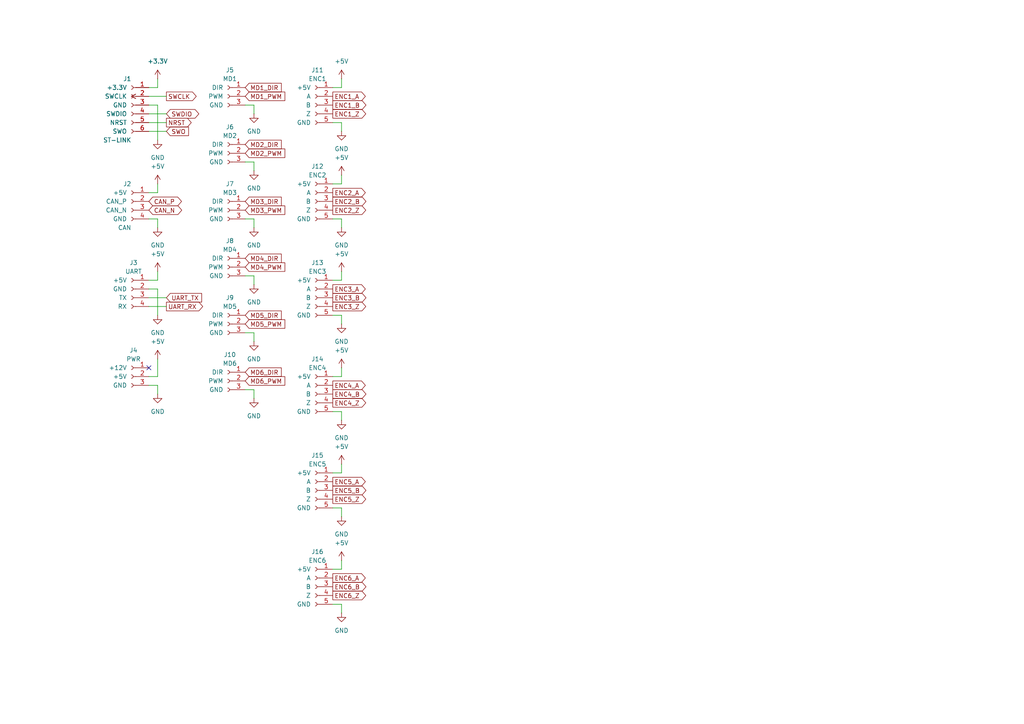
<source format=kicad_sch>
(kicad_sch (version 20250114) (generator "eeschema") (generator_version "9.0")
  (paper "A4")
  (lib_symbols
    (symbol "circuit-mecha-donald:CAN" (pin_names (offset 2.54))
      (property "Reference" "J" (at 0 5.08 0))
      (property "Value" "CAN" (at 0 -7.62 0))
      (symbol "CAN_1_1"
        (polyline (pts (xy -1.27 2.54) (xy -0.508 2.54)) (stroke (width 0.1524)))
        (polyline (pts (xy -1.27 0) (xy -0.508 0)) (stroke (width 0.1524)))
        (polyline (pts (xy -1.27 -2.54) (xy -0.508 -2.54)) (stroke (width 0.1524)))
        (polyline (pts (xy -1.27 -5.08) (xy -0.508 -5.08)) (stroke (width 0.1524)))
        (arc (start 0 2.032) (mid -0.5058 2.54) (end 0 3.048) (stroke (width 0.1524)))
        (arc (start 0 -0.508) (mid -0.5058 0) (end 0 0.508) (stroke (width 0.1524)))
        (arc (start 0 -3.048) (mid -0.5058 -2.54) (end 0 -2.032) (stroke (width 0.1524)))
        (arc (start 0 -5.588) (mid -0.5058 -5.08) (end 0 -4.572) (stroke (width 0.1524)))
        (pin power_in line (at -5.08 2.54 0) (length 3.81) (name "+5V") (number "1"))
        (pin bidirectional line (at -5.08 0 0) (length 3.81) (name "CAN_P") (number "2"))
        (pin bidirectional line (at -5.08 -2.54 0) (length 3.81) (name "CAN_N") (number "3"))
        (pin power_in line (at -5.08 -5.08 0) (length 3.81) (name "GND") (number "4"))
      )
    )
    (symbol "circuit-mecha-donald:ENC" (pin_names (offset 2.54))
      (property "Reference" "J" (at 0 7.62 0))
      (property "Value" "ENC" (at 0 -7.62 0))
      (symbol "ENC_1_1"
        (polyline (pts (xy -1.27 5.08) (xy -0.508 5.08)) (stroke (width 0.1524)))
        (polyline (pts (xy -1.27 2.54) (xy -0.508 2.54)) (stroke (width 0.1524)))
        (polyline (pts (xy -1.27 0) (xy -0.508 0)) (stroke (width 0.1524)))
        (polyline (pts (xy -1.27 -2.54) (xy -0.508 -2.54)) (stroke (width 0.1524)))
        (polyline (pts (xy -1.27 -5.08) (xy -0.508 -5.08)) (stroke (width 0.1524)))
        (arc (start 0 4.572) (mid -0.5058 5.08) (end 0 5.588) (stroke (width 0.1524)))
        (arc (start 0 2.032) (mid -0.5058 2.54) (end 0 3.048) (stroke (width 0.1524)))
        (arc (start 0 -0.508) (mid -0.5058 0) (end 0 0.508) (stroke (width 0.1524)))
        (arc (start 0 -3.048) (mid -0.5058 -2.54) (end 0 -2.032) (stroke (width 0.1524)))
        (arc (start 0 -5.588) (mid -0.5058 -5.08) (end 0 -4.572) (stroke (width 0.1524)))
        (pin power_in line (at -5.08 5.08 0) (length 3.81) (name "+5V") (number "1"))
        (pin output line (at -5.08 2.54 0) (length 3.81) (name "A") (number "2"))
        (pin output line (at -5.08 0 0) (length 3.81) (name "B") (number "3"))
        (pin output line (at -5.08 -2.54 0) (length 3.81) (name "Z") (number "4"))
        (pin power_in line (at -5.08 -5.08 0) (length 3.81) (name "GND") (number "5"))
      )
    )
    (symbol "circuit-mecha-donald:PWM_MD" (pin_names (offset 2.54))
      (property "Reference" "J" (at 0 5.08 0))
      (property "Value" "PWM_MD" (at 0 -5.08 0))
      (symbol "PWM_MD_1_1"
        (polyline (pts (xy -1.27 2.54) (xy -0.508 2.54)) (stroke (width 0.1524)))
        (polyline (pts (xy -1.27 0) (xy -0.508 0)) (stroke (width 0.1524)))
        (polyline (pts (xy -1.27 -2.54) (xy -0.508 -2.54)) (stroke (width 0.1524)))
        (arc (start 0 2.032) (mid -0.5058 2.54) (end 0 3.048) (stroke (width 0.1524)))
        (arc (start 0 -0.508) (mid -0.5058 0) (end 0 0.508) (stroke (width 0.1524)))
        (arc (start 0 -3.048) (mid -0.5058 -2.54) (end 0 -2.032) (stroke (width 0.1524)))
        (pin input line (at -5.08 2.54 0) (length 3.81) (name "DIR") (number "1"))
        (pin input line (at -5.08 0 0) (length 3.81) (name "PWM") (number "2"))
        (pin power_in line (at -5.08 -2.54 0) (length 3.81) (name "GND") (number "3"))
      )
    )
    (symbol "circuit-mecha-donald:PWR" (pin_names (offset 2.54))
      (property "Reference" "J" (at 0 5.08 0))
      (property "Value" "PWR" (at 0 -5.08 0))
      (symbol "PWR_1_1"
        (polyline (pts (xy -1.27 2.54) (xy -0.508 2.54)) (stroke (width 0.1524)))
        (polyline (pts (xy -1.27 0) (xy -0.508 0)) (stroke (width 0.1524)))
        (polyline (pts (xy -1.27 -2.54) (xy -0.508 -2.54)) (stroke (width 0.1524)))
        (arc (start 0 2.032) (mid -0.5058 2.54) (end 0 3.048) (stroke (width 0.1524)))
        (arc (start 0 -0.508) (mid -0.5058 0) (end 0 0.508) (stroke (width 0.1524)))
        (arc (start 0 -3.048) (mid -0.5058 -2.54) (end 0 -2.032) (stroke (width 0.1524)))
        (pin power_out line (at -5.08 2.54 0) (length 3.81) (name "+12V") (number "1"))
        (pin power_out line (at -5.08 0 0) (length 3.81) (name "+5V") (number "2"))
        (pin power_out line (at -5.08 -2.54 0) (length 3.81) (name "GND") (number "3"))
      )
    )
    (symbol "circuit-mecha-donald:ST-LINK" (pin_names (offset 2.54))
      (property "Reference" "J" (at 0 7.62 0))
      (property "Value" "ST-LINK" (at 0 -10.16 0))
      (symbol "ST-LINK_1_1"
        (polyline (pts (xy -1.27 5.08) (xy -0.508 5.08)) (stroke (width 0.1524)))
        (polyline (pts (xy -1.27 2.54) (xy -0.508 2.54)) (stroke (width 0.1524)))
        (polyline (pts (xy -1.27 0) (xy -0.508 0)) (stroke (width 0.1524)))
        (polyline (pts (xy -1.27 -2.54) (xy -0.508 -2.54)) (stroke (width 0.1524)))
        (polyline (pts (xy -1.27 -5.08) (xy -0.508 -5.08)) (stroke (width 0.1524)))
        (polyline (pts (xy -1.27 -7.62) (xy -0.508 -7.62)) (stroke (width 0.1524)))
        (arc (start 0 4.572) (mid -0.5058 5.08) (end 0 5.588) (stroke (width 0.1524)))
        (arc (start 0 2.032) (mid -0.5058 2.54) (end 0 3.048) (stroke (width 0.1524)))
        (arc (start 0 -0.508) (mid -0.5058 0) (end 0 0.508) (stroke (width 0.1524)))
        (arc (start 0 -3.048) (mid -0.5058 -2.54) (end 0 -2.032) (stroke (width 0.1524)))
        (arc (start 0 -5.588) (mid -0.5058 -5.08) (end 0 -4.572) (stroke (width 0.1524)))
        (arc (start 0 -8.128) (mid -0.5058 -7.62) (end 0 -7.112) (stroke (width 0.1524)))
        (pin power_out line (at -5.08 5.08 0) (length 3.81) (name "+3.3V") (number "1"))
        (pin output clock (at -5.08 2.54 0) (length 3.81) (name "SWCLK") (number "2"))
        (pin power_out line (at -5.08 0 0) (length 3.81) (name "GND") (number "3"))
        (pin bidirectional line (at -5.08 -2.54 0) (length 3.81) (name "SWDIO") (number "4"))
        (pin output line (at -5.08 -5.08 0) (length 3.81) (name "NRST") (number "5"))
        (pin input line (at -5.08 -7.62 0) (length 3.81) (name "SWO") (number "6"))
      )
    )
    (symbol "circuit-mecha-donald:UART" (pin_names (offset 2.54))
      (property "Reference" "J" (at 0 5.08 0))
      (property "Value" "UART" (at 0 -7.62 0))
      (symbol "UART_1_1"
        (polyline (pts (xy -1.27 2.54) (xy -0.508 2.54)) (stroke (width 0.1524)))
        (polyline (pts (xy -1.27 0) (xy -0.508 0)) (stroke (width 0.1524)))
        (polyline (pts (xy -1.27 -2.54) (xy -0.508 -2.54)) (stroke (width 0.1524)))
        (polyline (pts (xy -1.27 -5.08) (xy -0.508 -5.08)) (stroke (width 0.1524)))
        (arc (start 0 2.032) (mid -0.5058 2.54) (end 0 3.048) (stroke (width 0.1524)))
        (arc (start 0 -0.508) (mid -0.5058 0) (end 0 0.508) (stroke (width 0.1524)))
        (arc (start 0 -3.048) (mid -0.5058 -2.54) (end 0 -2.032) (stroke (width 0.1524)))
        (arc (start 0 -5.588) (mid -0.5058 -5.08) (end 0 -4.572) (stroke (width 0.1524)))
        (pin power_in line (at -5.08 2.54 0) (length 3.81) (name "+5V") (number "1"))
        (pin power_in line (at -5.08 0 0) (length 3.81) (name "GND") (number "2"))
        (pin input line (at -5.08 -2.54 0) (length 3.81) (name "TX") (number "3"))
        (pin output line (at -5.08 -5.08 0) (length 3.81) (name "RX") (number "4"))
      )
    )
    (symbol "power:+3.3V" (power) (pin_numbers (hide yes)) (pin_names (offset 0) (hide yes))
      (property "Value" "+3.3V" (at 0 3.556 0))
      (symbol "+3.3V_0_1"
        (polyline (pts (xy -0.762 1.27) (xy 0 2.54)))
        (polyline (pts (xy 0 2.54) (xy 0.762 1.27)))
        (polyline (pts (xy 0 0) (xy 0 2.54)))
      )
      (symbol "+3.3V_1_1"
        (pin power_in line (at 0 0 90) (length 0) (name "~") (number "1"))
      )
    )
    (symbol "power:+5V" (power) (pin_numbers (hide yes)) (pin_names (offset 0) (hide yes))
      (property "Value" "+5V" (at 0 3.556 0))
      (symbol "+5V_0_1"
        (polyline (pts (xy -0.762 1.27) (xy 0 2.54)))
        (polyline (pts (xy 0 2.54) (xy 0.762 1.27)))
        (polyline (pts (xy 0 0) (xy 0 2.54)))
      )
      (symbol "+5V_1_1"
        (pin power_in line (at 0 0 90) (length 0) (name "~") (number "1"))
      )
    )
    (symbol "power:GND" (power) (pin_numbers (hide yes)) (pin_names (offset 0) (hide yes))
      (property "Value" "GND" (at 0 -3.81 0))
      (symbol "GND_0_1"
        (polyline (pts (xy 0 0) (xy 0 -1.27) (xy 1.27 -1.27) (xy 0 -2.54) (xy -1.27 -1.27) (xy 0 -1.27)))
      )
      (symbol "GND_1_1"
        (pin power_in line (at 0 0 270) (length 0) (name "~") (number "1"))
      )
    )
  )
  (no_connect (at 43.18 106.68))
  (wire (pts (xy 73.66 96.52) (xy 73.66 99.06)))
  (wire (pts (xy 48.26 35.56) (xy 43.18 35.56)))
  (wire (pts (xy 73.66 113.03) (xy 73.66 115.57)))
  (wire (pts (xy 71.12 80.01) (xy 73.66 80.01)))
  (wire (pts (xy 73.66 80.01) (xy 73.66 82.55)))
  (wire (pts (xy 99.06 162.56) (xy 99.06 165.1)))
  (wire (pts (xy 99.06 119.38) (xy 99.06 121.92)))
  (wire (pts (xy 99.06 63.5) (xy 99.06 66.04)))
  (wire (pts (xy 71.12 113.03) (xy 73.66 113.03)))
  (wire (pts (xy 99.06 106.68) (xy 99.06 109.22)))
  (wire (pts (xy 43.18 55.88) (xy 45.72 55.88)))
  (wire (pts (xy 45.72 78.74) (xy 45.72 81.28)))
  (wire (pts (xy 71.12 30.48) (xy 73.66 30.48)))
  (wire (pts (xy 45.72 53.34) (xy 45.72 55.88)))
  (wire (pts (xy 45.72 22.86) (xy 45.72 25.4)))
  (wire (pts (xy 45.72 91.44) (xy 45.72 83.82)))
  (wire (pts (xy 99.06 22.86) (xy 99.06 25.4)))
  (wire (pts (xy 71.12 96.52) (xy 73.66 96.52)))
  (wire (pts (xy 73.66 46.99) (xy 73.66 49.53)))
  (wire (pts (xy 96.52 53.34) (xy 99.06 53.34)))
  (wire (pts (xy 71.12 63.5) (xy 73.66 63.5)))
  (wire (pts (xy 99.06 50.8) (xy 99.06 53.34)))
  (wire (pts (xy 45.72 83.82) (xy 43.18 83.82)))
  (wire (pts (xy 43.18 63.5) (xy 45.72 63.5)))
  (wire (pts (xy 99.06 134.62) (xy 99.06 137.16)))
  (wire (pts (xy 96.52 35.56) (xy 99.06 35.56)))
  (wire (pts (xy 96.52 25.4) (xy 99.06 25.4)))
  (wire (pts (xy 96.52 81.28) (xy 99.06 81.28)))
  (wire (pts (xy 99.06 147.32) (xy 99.06 149.86)))
  (wire (pts (xy 96.52 175.26) (xy 99.06 175.26)))
  (wire (pts (xy 45.72 30.48) (xy 45.72 40.64)))
  (wire (pts (xy 96.52 109.22) (xy 99.06 109.22)))
  (wire (pts (xy 45.72 63.5) (xy 45.72 66.04)))
  (wire (pts (xy 73.66 30.48) (xy 73.66 33.02)))
  (wire (pts (xy 48.26 27.94) (xy 43.18 27.94)))
  (wire (pts (xy 43.18 30.48) (xy 45.72 30.48)))
  (wire (pts (xy 43.18 25.4) (xy 45.72 25.4)))
  (wire (pts (xy 73.66 63.5) (xy 73.66 66.04)))
  (wire (pts (xy 45.72 109.22) (xy 45.72 104.14)))
  (wire (pts (xy 45.72 81.28) (xy 43.18 81.28)))
  (wire (pts (xy 48.26 33.02) (xy 43.18 33.02)))
  (wire (pts (xy 99.06 91.44) (xy 99.06 93.98)))
  (wire (pts (xy 96.52 91.44) (xy 99.06 91.44)))
  (wire (pts (xy 96.52 165.1) (xy 99.06 165.1)))
  (wire (pts (xy 71.12 46.99) (xy 73.66 46.99)))
  (wire (pts (xy 48.26 38.1) (xy 43.18 38.1)))
  (wire (pts (xy 96.52 63.5) (xy 99.06 63.5)))
  (wire (pts (xy 43.18 88.9) (xy 48.26 88.9)))
  (wire (pts (xy 99.06 78.74) (xy 99.06 81.28)))
  (wire (pts (xy 43.18 86.36) (xy 48.26 86.36)))
  (wire (pts (xy 43.18 111.76) (xy 45.72 111.76)))
  (wire (pts (xy 45.72 111.76) (xy 45.72 114.3)))
  (wire (pts (xy 99.06 175.26) (xy 99.06 177.8)))
  (wire (pts (xy 96.52 147.32) (xy 99.06 147.32)))
  (wire (pts (xy 99.06 35.56) (xy 99.06 38.1)))
  (wire (pts (xy 96.52 137.16) (xy 99.06 137.16)))
  (wire (pts (xy 96.52 119.38) (xy 99.06 119.38)))
  (wire (pts (xy 43.18 109.22) (xy 45.72 109.22)))
  (global_label "ENC4_B" (shape output) (at 96.52 114.3 0) (property "Intersheetrefs" "${INTERSHEET_REFS}" (effects (hide yes))))
  (global_label "ENC1_Z" (shape output) (at 96.52 33.02 0) (property "Intersheetrefs" "${INTERSHEET_REFS}" (effects (hide yes))))
  (global_label "MD3_DIR" (shape input) (at 71.12 58.42 0) (property "Intersheetrefs" "${INTERSHEET_REFS}" (effects (hide yes))))
  (global_label "MD3_PWM" (shape input) (at 71.12 60.96 0) (property "Intersheetrefs" "${INTERSHEET_REFS}" (effects (hide yes))))
  (global_label "ENC5_B" (shape output) (at 96.52 142.24 0) (property "Intersheetrefs" "${INTERSHEET_REFS}" (effects (hide yes))))
  (global_label "ENC2_B" (shape output) (at 96.52 58.42 0) (property "Intersheetrefs" "${INTERSHEET_REFS}" (effects (hide yes))))
  (global_label "MD6_DIR" (shape input) (at 71.12 107.95 0) (property "Intersheetrefs" "${INTERSHEET_REFS}" (effects (hide yes))))
  (global_label "MD4_DIR" (shape input) (at 71.12 74.93 0) (property "Intersheetrefs" "${INTERSHEET_REFS}" (effects (hide yes))))
  (global_label "ENC2_A" (shape output) (at 96.52 55.88 0) (property "Intersheetrefs" "${INTERSHEET_REFS}" (effects (hide yes))))
  (global_label "UART_RX" (shape output) (at 48.26 88.9 0) (property "Intersheetrefs" "${INTERSHEET_REFS}" (effects (hide yes))))
  (global_label "MD1_PWM" (shape input) (at 71.12 27.94 0) (property "Intersheetrefs" "${INTERSHEET_REFS}" (effects (hide yes))))
  (global_label "ENC1_B" (shape output) (at 96.52 30.48 0) (property "Intersheetrefs" "${INTERSHEET_REFS}" (effects (hide yes))))
  (global_label "CAN_P" (shape bidirectional) (at 43.18 58.42 0) (property "Intersheetrefs" "${INTERSHEET_REFS}" (effects (hide yes))))
  (global_label "ENC4_Z" (shape output) (at 96.52 116.84 0) (property "Intersheetrefs" "${INTERSHEET_REFS}" (effects (hide yes))))
  (global_label "ENC3_A" (shape output) (at 96.52 83.82 0) (property "Intersheetrefs" "${INTERSHEET_REFS}" (effects (hide yes))))
  (global_label "MD1_DIR" (shape input) (at 71.12 25.4 0) (property "Intersheetrefs" "${INTERSHEET_REFS}" (effects (hide yes))))
  (global_label "ENC3_B" (shape output) (at 96.52 86.36 0) (property "Intersheetrefs" "${INTERSHEET_REFS}" (effects (hide yes))))
  (global_label "SWO" (shape input) (at 48.26 38.1 0) (property "Intersheetrefs" "${INTERSHEET_REFS}" (effects (hide yes))))
  (global_label "ENC1_A" (shape output) (at 96.52 27.94 0) (property "Intersheetrefs" "${INTERSHEET_REFS}" (effects (hide yes))))
  (global_label "MD2_PWM" (shape input) (at 71.12 44.45 0) (property "Intersheetrefs" "${INTERSHEET_REFS}" (effects (hide yes))))
  (global_label "ENC2_Z" (shape output) (at 96.52 60.96 0) (property "Intersheetrefs" "${INTERSHEET_REFS}" (effects (hide yes))))
  (global_label "MD2_DIR" (shape input) (at 71.12 41.91 0) (property "Intersheetrefs" "${INTERSHEET_REFS}" (effects (hide yes))))
  (global_label "UART_TX" (shape input) (at 48.26 86.36 0) (property "Intersheetrefs" "${INTERSHEET_REFS}" (effects (hide yes))))
  (global_label "ENC5_A" (shape output) (at 96.52 139.7 0) (property "Intersheetrefs" "${INTERSHEET_REFS}" (effects (hide yes))))
  (global_label "NRST" (shape output) (at 48.26 35.56 0) (property "Intersheetrefs" "${INTERSHEET_REFS}" (effects (hide yes))))
  (global_label "MD6_PWM" (shape input) (at 71.12 110.49 0) (property "Intersheetrefs" "${INTERSHEET_REFS}" (effects (hide yes))))
  (global_label "SWCLK" (shape output) (at 48.26 27.94 0) (property "Intersheetrefs" "${INTERSHEET_REFS}" (effects (hide yes))))
  (global_label "CAN_N" (shape bidirectional) (at 43.18 60.96 0) (property "Intersheetrefs" "${INTERSHEET_REFS}" (effects (hide yes))))
  (global_label "ENC5_Z" (shape output) (at 96.52 144.78 0) (property "Intersheetrefs" "${INTERSHEET_REFS}" (effects (hide yes))))
  (global_label "ENC4_A" (shape output) (at 96.52 111.76 0) (property "Intersheetrefs" "${INTERSHEET_REFS}" (effects (hide yes))))
  (global_label "ENC6_A" (shape output) (at 96.52 167.64 0) (property "Intersheetrefs" "${INTERSHEET_REFS}" (effects (hide yes))))
  (global_label "MD5_PWM" (shape input) (at 71.12 93.98 0) (property "Intersheetrefs" "${INTERSHEET_REFS}" (effects (hide yes))))
  (global_label "MD4_PWM" (shape input) (at 71.12 77.47 0) (property "Intersheetrefs" "${INTERSHEET_REFS}" (effects (hide yes))))
  (global_label "ENC6_B" (shape output) (at 96.52 170.18 0) (property "Intersheetrefs" "${INTERSHEET_REFS}" (effects (hide yes))))
  (global_label "MD5_DIR" (shape input) (at 71.12 91.44 0) (property "Intersheetrefs" "${INTERSHEET_REFS}" (effects (hide yes))))
  (global_label "SWDIO" (shape bidirectional) (at 48.26 33.02 0) (property "Intersheetrefs" "${INTERSHEET_REFS}" (effects (hide yes))))
  (global_label "ENC6_Z" (shape output) (at 96.52 172.72 0) (property "Intersheetrefs" "${INTERSHEET_REFS}" (effects (hide yes))))
  (global_label "ENC3_Z" (shape output) (at 96.52 88.9 0) (property "Intersheetrefs" "${INTERSHEET_REFS}" (effects (hide yes))))
  (symbol (lib_id "power:+5V") (at 99.06 78.74 0) (unit 1)
    (property "Reference" "#PWR050" (effects (hide yes)))
    (property "Value" "+5V" (at 99.06 73.66 0))
    (property "Description" "Power symbol creates a global label with name \"+5V\"" (effects (hide yes)))
  )
  (symbol (lib_id "circuit-mecha-donald:ENC") (at 91.44 86.36 0) (mirror y) (unit 1)
    (property "Reference" "J13" (at 92.075 76.2 0))
    (property "Value" "ENC3" (at 92.075 78.74 0))
    (property "Footprint" "circuit-mecha-donald:JST_PA_B05B-PASK-1_1x05_P2.00mm_Vertical" (effects (hide yes)))
    (property "Description" "Generic connector, single row, 01x05, script generated" (effects (hide yes)))
  )
  (symbol (lib_id "power:GND") (at 73.66 33.02 0) (mirror y) (unit 1)
    (property "Reference" "#PWR040" (effects (hide yes)))
    (property "Value" "GND" (at 73.66 38.1 0))
    (property "Description" "Power symbol creates a global label with name \"GND\" , ground" (effects (hide yes)))
  )
  (symbol (lib_id "power:GND") (at 45.72 91.44 0) (mirror y) (unit 1)
    (property "Reference" "#PWR037" (effects (hide yes)))
    (property "Value" "GND" (at 45.72 96.52 0))
    (property "Description" "Power symbol creates a global label with name \"GND\" , ground" (effects (hide yes)))
  )
  (symbol (lib_id "power:+5V") (at 99.06 22.86 0) (unit 1)
    (property "Reference" "#PWR047" (effects (hide yes)))
    (property "Value" "+5V" (at 99.06 17.78 0))
    (property "Description" "Power symbol creates a global label with name \"+5V\"" (effects (hide yes)))
  )
  (symbol (lib_id "power:GND") (at 73.66 82.55 0) (mirror y) (unit 1)
    (property "Reference" "#PWR043" (effects (hide yes)))
    (property "Value" "GND" (at 73.66 87.63 0))
    (property "Description" "Power symbol creates a global label with name \"GND\" , ground" (effects (hide yes)))
  )
  (symbol (lib_id "power:GND") (at 99.06 177.8 0) (unit 1)
    (property "Reference" "#PWR057" (effects (hide yes)))
    (property "Value" "GND" (at 99.06 182.88 0))
    (property "Description" "Power symbol creates a global label with name \"GND\" , ground" (effects (hide yes)))
  )
  (symbol (lib_id "power:GND") (at 99.06 38.1 0) (unit 1)
    (property "Reference" "#PWR046" (effects (hide yes)))
    (property "Value" "GND" (at 99.06 43.18 0))
    (property "Description" "Power symbol creates a global label with name \"GND\" , ground" (effects (hide yes)))
  )
  (symbol (lib_id "power:GND") (at 73.66 99.06 0) (mirror y) (unit 1)
    (property "Reference" "#PWR044" (effects (hide yes)))
    (property "Value" "GND" (at 73.66 104.14 0))
    (property "Description" "Power symbol creates a global label with name \"GND\" , ground" (effects (hide yes)))
  )
  (symbol (lib_id "circuit-mecha-donald:UART") (at 38.1 83.82 0) (mirror y) (unit 1)
    (property "Reference" "J3" (at 38.735 76.2 0))
    (property "Value" "UART" (at 38.735 78.74 0))
    (property "Footprint" "circuit-sugoi-tsuyoi-machine:DF1B-4P-2.5DSA" (effects (hide yes)))
    (property "Description" "Generic connector, single row, 01x04, script generated" (effects (hide yes)))
  )
  (symbol (lib_id "circuit-mecha-donald:PWM_MD") (at 66.04 44.45 0) (mirror y) (unit 1)
    (property "Reference" "J6" (at 66.675 36.83 0))
    (property "Value" "MD2" (at 66.675 39.37 0))
    (property "Footprint" "Connector_JST:JST_XA_B03B-XASK-1_1x03_P2.50mm_Vertical" (effects (hide yes)))
    (property "Description" "Generic connector, single row, 01x03, script generated" (effects (hide yes)))
  )
  (symbol (lib_id "power:GND") (at 73.66 115.57 0) (mirror y) (unit 1)
    (property "Reference" "#PWR045" (effects (hide yes)))
    (property "Value" "GND" (at 73.66 120.65 0))
    (property "Description" "Power symbol creates a global label with name \"GND\" , ground" (effects (hide yes)))
  )
  (symbol (lib_id "circuit-mecha-donald:PWM_MD") (at 66.04 60.96 0) (mirror y) (unit 1)
    (property "Reference" "J7" (at 66.675 53.34 0))
    (property "Value" "MD3" (at 66.675 55.88 0))
    (property "Footprint" "Connector_JST:JST_XA_B03B-XASK-1_1x03_P2.50mm_Vertical" (effects (hide yes)))
    (property "Description" "Generic connector, single row, 01x03, script generated" (effects (hide yes)))
  )
  (symbol (lib_id "power:+5V") (at 99.06 134.62 0) (unit 1)
    (property "Reference" "#PWR054" (effects (hide yes)))
    (property "Value" "+5V" (at 99.06 129.54 0))
    (property "Description" "Power symbol creates a global label with name \"+5V\"" (effects (hide yes)))
  )
  (symbol (lib_id "circuit-mecha-donald:PWM_MD") (at 66.04 27.94 0) (mirror y) (unit 1)
    (property "Reference" "J5" (at 66.675 20.32 0))
    (property "Value" "MD1" (at 66.675 22.86 0))
    (property "Footprint" "Connector_JST:JST_XA_B03B-XASK-1_1x03_P2.50mm_Vertical" (effects (hide yes)))
    (property "Description" "Generic connector, single row, 01x03, script generated" (effects (hide yes)))
  )
  (symbol (lib_id "power:GND") (at 45.72 66.04 0) (mirror y) (unit 1)
    (property "Reference" "#PWR034" (effects (hide yes)))
    (property "Value" "GND" (at 45.72 71.12 0))
    (property "Description" "Power symbol creates a global label with name \"GND\" , ground" (effects (hide yes)))
  )
  (symbol (lib_id "power:+5V") (at 99.06 50.8 0) (unit 1)
    (property "Reference" "#PWR048" (effects (hide yes)))
    (property "Value" "+5V" (at 99.06 45.72 0))
    (property "Description" "Power symbol creates a global label with name \"+5V\"" (effects (hide yes)))
  )
  (symbol (lib_id "power:+5V") (at 45.72 104.14 0) (mirror y) (unit 1)
    (property "Reference" "#PWR038" (effects (hide yes)))
    (property "Value" "+5V" (at 45.72 99.06 0))
    (property "Description" "Power symbol creates a global label with name \"+5V\"" (effects (hide yes)))
  )
  (symbol (lib_id "circuit-mecha-donald:ENC") (at 91.44 114.3 0) (mirror y) (unit 1)
    (property "Reference" "J14" (at 92.075 104.14 0))
    (property "Value" "ENC4" (at 92.075 106.68 0))
    (property "Footprint" "circuit-mecha-donald:JST_PA_B05B-PASK-1_1x05_P2.00mm_Vertical" (effects (hide yes)))
    (property "Description" "Generic connector, single row, 01x05, script generated" (effects (hide yes)))
  )
  (symbol (lib_id "power:GND") (at 99.06 93.98 0) (unit 1)
    (property "Reference" "#PWR051" (effects (hide yes)))
    (property "Value" "GND" (at 99.06 99.06 0))
    (property "Description" "Power symbol creates a global label with name \"GND\" , ground" (effects (hide yes)))
  )
  (symbol (lib_id "power:GND") (at 45.72 40.64 0) (mirror y) (unit 1)
    (property "Reference" "#PWR032" (effects (hide yes)))
    (property "Value" "GND" (at 45.72 45.72 0))
    (property "Description" "Power symbol creates a global label with name \"GND\" , ground" (effects (hide yes)))
  )
  (symbol (lib_id "power:+5V") (at 99.06 162.56 0) (unit 1)
    (property "Reference" "#PWR056" (effects (hide yes)))
    (property "Value" "+5V" (at 99.06 157.48 0))
    (property "Description" "Power symbol creates a global label with name \"+5V\"" (effects (hide yes)))
  )
  (symbol (lib_id "circuit-mecha-donald:ENC") (at 91.44 30.48 0) (mirror y) (unit 1)
    (property "Reference" "J11" (at 92.075 20.32 0))
    (property "Value" "ENC1" (at 92.075 22.86 0))
    (property "Footprint" "circuit-mecha-donald:JST_PA_B05B-PASK-1_1x05_P2.00mm_Vertical" (effects (hide yes)))
    (property "Description" "Generic connector, single row, 01x05, script generated" (effects (hide yes)))
  )
  (symbol (lib_id "power:GND") (at 99.06 121.92 0) (unit 1)
    (property "Reference" "#PWR053" (effects (hide yes)))
    (property "Value" "GND" (at 99.06 127 0))
    (property "Description" "Power symbol creates a global label with name \"GND\" , ground" (effects (hide yes)))
  )
  (symbol (lib_id "power:+5V") (at 45.72 53.34 0) (mirror y) (unit 1)
    (property "Reference" "#PWR035" (effects (hide yes)))
    (property "Value" "+5V" (at 45.72 48.26 0))
    (property "Description" "Power symbol creates a global label with name \"+5V\"" (effects (hide yes)))
  )
  (symbol (lib_id "circuit-mecha-donald:ENC") (at 91.44 58.42 0) (mirror y) (unit 1)
    (property "Reference" "J12" (at 92.075 48.26 0))
    (property "Value" "ENC2" (at 92.075 50.8 0))
    (property "Footprint" "circuit-mecha-donald:JST_PA_B05B-PASK-1_1x05_P2.00mm_Vertical" (effects (hide yes)))
    (property "Description" "Generic connector, single row, 01x05, script generated" (effects (hide yes)))
  )
  (symbol (lib_id "power:GND") (at 45.72 114.3 0) (mirror y) (unit 1)
    (property "Reference" "#PWR039" (effects (hide yes)))
    (property "Value" "GND" (at 45.72 119.38 0))
    (property "Description" "Power symbol creates a global label with name \"GND\" , ground" (effects (hide yes)))
  )
  (symbol (lib_id "circuit-mecha-donald:ST-LINK") (at 38.1 30.48 0) (mirror y) (unit 1)
    (property "Reference" "J1" (at 38.1 22.86 0) (effects (justify left)))
    (property "Value" "ST-LINK" (at 38.1 40.64 0) (effects (justify left)))
    (property "Footprint" "Connector_JST:JST_ZH_B6B-ZR_1x06_P1.50mm_Vertical" (effects (hide yes)))
    (property "Description" "Generic connector, single row, 01x06, script generated" (effects (hide yes)))
  )
  (symbol (lib_id "power:+3.3V") (at 45.72 22.86 0) (mirror y) (unit 1)
    (property "Reference" "#PWR033" (effects (hide yes)))
    (property "Value" "+3.3V" (at 45.72 17.78 0))
    (property "Description" "Power symbol creates a global label with name \"+3.3V\"" (effects (hide yes)))
  )
  (symbol (lib_id "circuit-mecha-donald:ENC") (at 91.44 142.24 0) (mirror y) (unit 1)
    (property "Reference" "J15" (at 92.075 132.08 0))
    (property "Value" "ENC5" (at 92.075 134.62 0))
    (property "Footprint" "circuit-mecha-donald:JST_PA_B05B-PASK-1_1x05_P2.00mm_Vertical" (effects (hide yes)))
    (property "Description" "Generic connector, single row, 01x05, script generated" (effects (hide yes)))
  )
  (symbol (lib_id "circuit-mecha-donald:PWM_MD") (at 66.04 77.47 0) (mirror y) (unit 1)
    (property "Reference" "J8" (at 66.675 69.85 0))
    (property "Value" "MD4" (at 66.675 72.39 0))
    (property "Footprint" "Connector_JST:JST_XA_B03B-XASK-1_1x03_P2.50mm_Vertical" (effects (hide yes)))
    (property "Description" "Generic connector, single row, 01x03, script generated" (effects (hide yes)))
  )
  (symbol (lib_id "power:GND") (at 73.66 66.04 0) (mirror y) (unit 1)
    (property "Reference" "#PWR042" (effects (hide yes)))
    (property "Value" "GND" (at 73.66 71.12 0))
    (property "Description" "Power symbol creates a global label with name \"GND\" , ground" (effects (hide yes)))
  )
  (symbol (lib_id "circuit-mecha-donald:PWM_MD") (at 66.04 110.49 0) (mirror y) (unit 1)
    (property "Reference" "J10" (at 66.675 102.87 0))
    (property "Value" "MD6" (at 66.675 105.41 0))
    (property "Footprint" "Connector_JST:JST_XA_B03B-XASK-1_1x03_P2.50mm_Vertical" (effects (hide yes)))
    (property "Description" "Generic connector, single row, 01x03, script generated" (effects (hide yes)))
  )
  (symbol (lib_id "power:GND") (at 73.66 49.53 0) (mirror y) (unit 1)
    (property "Reference" "#PWR041" (effects (hide yes)))
    (property "Value" "GND" (at 73.66 54.61 0))
    (property "Description" "Power symbol creates a global label with name \"GND\" , ground" (effects (hide yes)))
  )
  (symbol (lib_id "power:+5V") (at 45.72 78.74 0) (mirror y) (unit 1)
    (property "Reference" "#PWR036" (effects (hide yes)))
    (property "Value" "+5V" (at 45.72 73.66 0))
    (property "Description" "Power symbol creates a global label with name \"+5V\"" (effects (hide yes)))
  )
  (symbol (lib_id "power:+5V") (at 99.06 106.68 0) (unit 1)
    (property "Reference" "#PWR052" (effects (hide yes)))
    (property "Value" "+5V" (at 99.06 101.6 0))
    (property "Description" "Power symbol creates a global label with name \"+5V\"" (effects (hide yes)))
  )
  (symbol (lib_id "power:GND") (at 99.06 66.04 0) (unit 1)
    (property "Reference" "#PWR049" (effects (hide yes)))
    (property "Value" "GND" (at 99.06 71.12 0))
    (property "Description" "Power symbol creates a global label with name \"GND\" , ground" (effects (hide yes)))
  )
  (symbol (lib_id "circuit-mecha-donald:PWM_MD") (at 66.04 93.98 0) (mirror y) (unit 1)
    (property "Reference" "J9" (at 66.675 86.36 0))
    (property "Value" "MD5" (at 66.675 88.9 0))
    (property "Footprint" "Connector_JST:JST_XA_B03B-XASK-1_1x03_P2.50mm_Vertical" (effects (hide yes)))
    (property "Description" "Generic connector, single row, 01x03, script generated" (effects (hide yes)))
  )
  (symbol (lib_id "circuit-mecha-donald:PWR") (at 38.1 109.22 0) (mirror y) (unit 1)
    (property "Reference" "J4" (at 38.735 101.6 0))
    (property "Value" "PWR" (at 38.735 104.14 0))
    (property "Footprint" "Connector_JST:JST_XH_B3B-XH-A_1x03_P2.50mm_Vertical" (effects (hide yes)))
    (property "Description" "Generic connector, single row, 01x03, script generated" (effects (hide yes)))
  )
  (symbol (lib_id "circuit-mecha-donald:ENC") (at 91.44 170.18 0) (mirror y) (unit 1)
    (property "Reference" "J16" (at 92.075 160.02 0))
    (property "Value" "ENC6" (at 92.075 162.56 0))
    (property "Footprint" "circuit-mecha-donald:JST_PA_B05B-PASK-1_1x05_P2.00mm_Vertical" (effects (hide yes)))
    (property "Description" "Generic connector, single row, 01x05, script generated" (effects (hide yes)))
  )
  (symbol (lib_id "power:GND") (at 99.06 149.86 0) (unit 1)
    (property "Reference" "#PWR055" (effects (hide yes)))
    (property "Value" "GND" (at 99.06 154.94 0))
    (property "Description" "Power symbol creates a global label with name \"GND\" , ground" (effects (hide yes)))
  )
  (symbol (lib_id "circuit-mecha-donald:CAN") (at 38.1 58.42 0) (mirror y) (unit 1)
    (property "Reference" "J2" (at 38.1 53.34 0) (effects (justify left)))
    (property "Value" "CAN" (at 38.1 66.04 0) (effects (justify left)))
    (property "Footprint" "Connector_JST:JST_XA_B04B-XASK-1_1x04_P2.50mm_Vertical" (effects (hide yes)))
    (property "Description" "Generic connector, single row, 01x04, script generated" (effects (hide yes)))
  )
)
</source>
